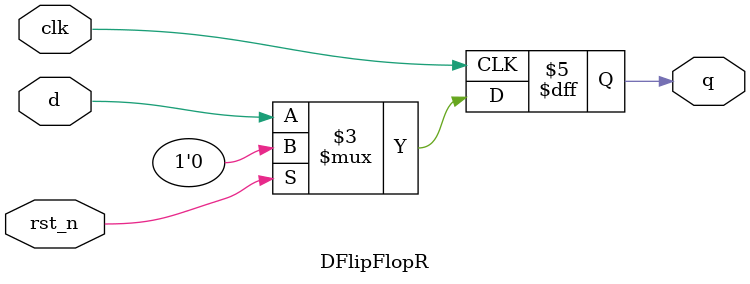
<source format=v>
module DFlipFlopR(
  input d,
  input clk, // Active-low asynchronous reset
  output reg q,
  input rst_n
);

  always @(posedge clk) begin
    if (rst_n) begin // If reset is active (low)
      q <= 1'b0;      // Reset the output to 0
    end 
	 else begin
      q <= d;         // On positive clock edge, update output with D input
    end
  end

endmodule
	 

</source>
